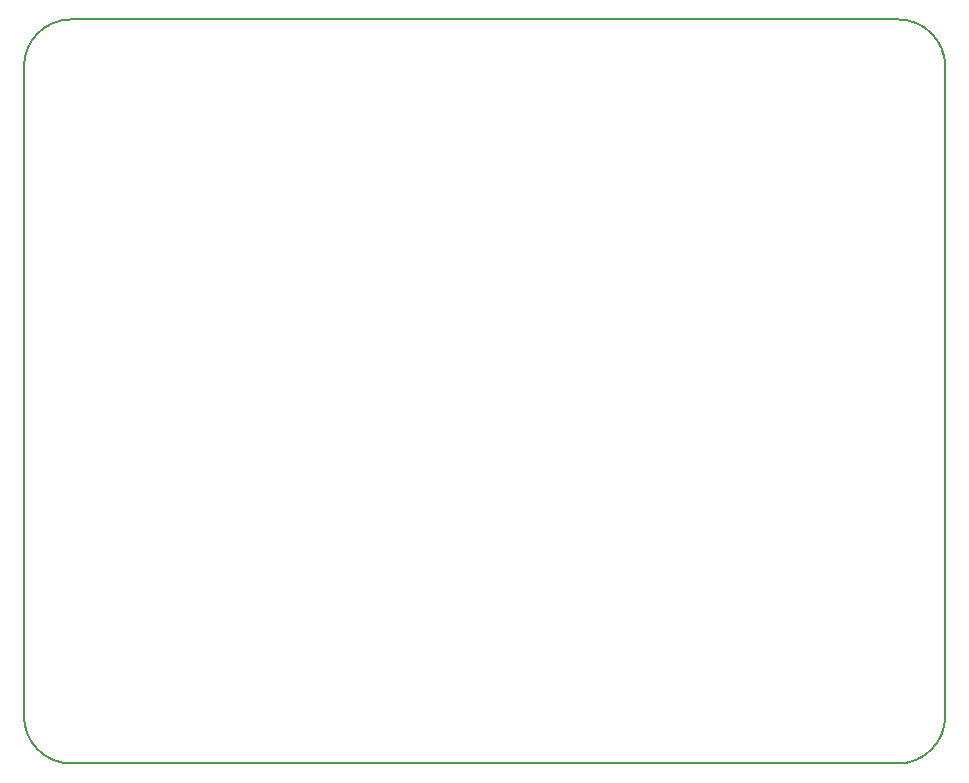
<source format=gbr>
G04 #@! TF.GenerationSoftware,KiCad,Pcbnew,5.0.0*
G04 #@! TF.CreationDate,2018-07-29T15:48:31+02:00*
G04 #@! TF.ProjectId,led_leveldriver,6C65645F6C6576656C6472697665722E,rev?*
G04 #@! TF.SameCoordinates,Original*
G04 #@! TF.FileFunction,Profile,NP*
%FSLAX46Y46*%
G04 Gerber Fmt 4.6, Leading zero omitted, Abs format (unit mm)*
G04 Created by KiCad (PCBNEW 5.0.0) date Sun Jul 29 15:48:31 2018*
%MOMM*%
%LPD*%
G01*
G04 APERTURE LIST*
%ADD10C,0.150000*%
G04 APERTURE END LIST*
D10*
X111734000Y-34820000D02*
X181734000Y-34820000D01*
X181734000Y-97820000D02*
X111734000Y-97820000D01*
X185734000Y-93820000D02*
G75*
G02X181734000Y-97820000I-4000000J0D01*
G01*
X111734000Y-97820000D02*
G75*
G02X107734000Y-93820000I0J4000000D01*
G01*
X107734000Y-38820000D02*
G75*
G02X111734000Y-34820000I4000000J0D01*
G01*
X181734000Y-34820000D02*
G75*
G02X185734000Y-38820000I0J-4000000D01*
G01*
X107734000Y-93820000D02*
X107734000Y-38820000D01*
X185734000Y-38820000D02*
X185734000Y-93820000D01*
M02*

</source>
